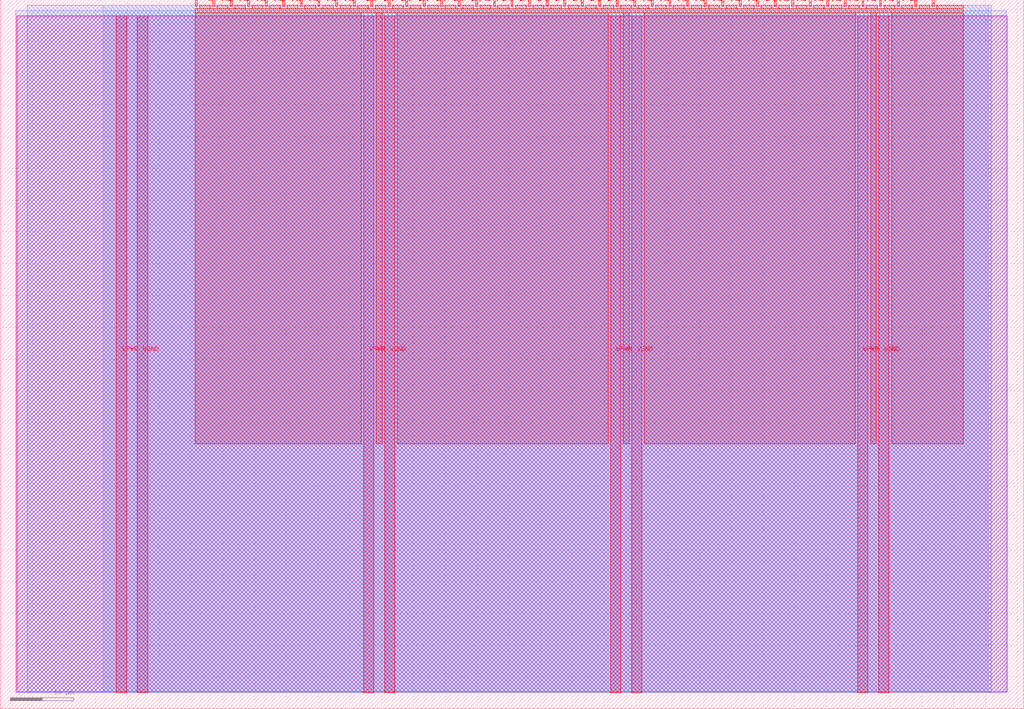
<source format=lef>
VERSION 5.7 ;
  NOWIREEXTENSIONATPIN ON ;
  DIVIDERCHAR "/" ;
  BUSBITCHARS "[]" ;
MACRO tt_um_sushi_demo
  CLASS BLOCK ;
  FOREIGN tt_um_sushi_demo ;
  ORIGIN 0.000 0.000 ;
  SIZE 161.000 BY 111.520 ;
  PIN VGND
    DIRECTION INOUT ;
    USE GROUND ;
    PORT
      LAYER met4 ;
        RECT 21.580 2.480 23.180 109.040 ;
    END
    PORT
      LAYER met4 ;
        RECT 60.450 2.480 62.050 109.040 ;
    END
    PORT
      LAYER met4 ;
        RECT 99.320 2.480 100.920 109.040 ;
    END
    PORT
      LAYER met4 ;
        RECT 138.190 2.480 139.790 109.040 ;
    END
  END VGND
  PIN VPWR
    DIRECTION INOUT ;
    USE POWER ;
    PORT
      LAYER met4 ;
        RECT 18.280 2.480 19.880 109.040 ;
    END
    PORT
      LAYER met4 ;
        RECT 57.150 2.480 58.750 109.040 ;
    END
    PORT
      LAYER met4 ;
        RECT 96.020 2.480 97.620 109.040 ;
    END
    PORT
      LAYER met4 ;
        RECT 134.890 2.480 136.490 109.040 ;
    END
  END VPWR
  PIN clk
    DIRECTION INPUT ;
    USE SIGNAL ;
    ANTENNAGATEAREA 0.852000 ;
    PORT
      LAYER met4 ;
        RECT 143.830 110.520 144.130 111.520 ;
    END
  END clk
  PIN ena
    DIRECTION INPUT ;
    USE SIGNAL ;
    PORT
      LAYER met4 ;
        RECT 146.590 110.520 146.890 111.520 ;
    END
  END ena
  PIN rst_n
    DIRECTION INPUT ;
    USE SIGNAL ;
    ANTENNAGATEAREA 0.126000 ;
    PORT
      LAYER met4 ;
        RECT 141.070 110.520 141.370 111.520 ;
    END
  END rst_n
  PIN ui_in[0]
    DIRECTION INPUT ;
    USE SIGNAL ;
    PORT
      LAYER met4 ;
        RECT 138.310 110.520 138.610 111.520 ;
    END
  END ui_in[0]
  PIN ui_in[1]
    DIRECTION INPUT ;
    USE SIGNAL ;
    PORT
      LAYER met4 ;
        RECT 135.550 110.520 135.850 111.520 ;
    END
  END ui_in[1]
  PIN ui_in[2]
    DIRECTION INPUT ;
    USE SIGNAL ;
    PORT
      LAYER met4 ;
        RECT 132.790 110.520 133.090 111.520 ;
    END
  END ui_in[2]
  PIN ui_in[3]
    DIRECTION INPUT ;
    USE SIGNAL ;
    PORT
      LAYER met4 ;
        RECT 130.030 110.520 130.330 111.520 ;
    END
  END ui_in[3]
  PIN ui_in[4]
    DIRECTION INPUT ;
    USE SIGNAL ;
    PORT
      LAYER met4 ;
        RECT 127.270 110.520 127.570 111.520 ;
    END
  END ui_in[4]
  PIN ui_in[5]
    DIRECTION INPUT ;
    USE SIGNAL ;
    PORT
      LAYER met4 ;
        RECT 124.510 110.520 124.810 111.520 ;
    END
  END ui_in[5]
  PIN ui_in[6]
    DIRECTION INPUT ;
    USE SIGNAL ;
    PORT
      LAYER met4 ;
        RECT 121.750 110.520 122.050 111.520 ;
    END
  END ui_in[6]
  PIN ui_in[7]
    DIRECTION INPUT ;
    USE SIGNAL ;
    PORT
      LAYER met4 ;
        RECT 118.990 110.520 119.290 111.520 ;
    END
  END ui_in[7]
  PIN uio_in[0]
    DIRECTION INPUT ;
    USE SIGNAL ;
    PORT
      LAYER met4 ;
        RECT 116.230 110.520 116.530 111.520 ;
    END
  END uio_in[0]
  PIN uio_in[1]
    DIRECTION INPUT ;
    USE SIGNAL ;
    PORT
      LAYER met4 ;
        RECT 113.470 110.520 113.770 111.520 ;
    END
  END uio_in[1]
  PIN uio_in[2]
    DIRECTION INPUT ;
    USE SIGNAL ;
    PORT
      LAYER met4 ;
        RECT 110.710 110.520 111.010 111.520 ;
    END
  END uio_in[2]
  PIN uio_in[3]
    DIRECTION INPUT ;
    USE SIGNAL ;
    PORT
      LAYER met4 ;
        RECT 107.950 110.520 108.250 111.520 ;
    END
  END uio_in[3]
  PIN uio_in[4]
    DIRECTION INPUT ;
    USE SIGNAL ;
    PORT
      LAYER met4 ;
        RECT 105.190 110.520 105.490 111.520 ;
    END
  END uio_in[4]
  PIN uio_in[5]
    DIRECTION INPUT ;
    USE SIGNAL ;
    PORT
      LAYER met4 ;
        RECT 102.430 110.520 102.730 111.520 ;
    END
  END uio_in[5]
  PIN uio_in[6]
    DIRECTION INPUT ;
    USE SIGNAL ;
    PORT
      LAYER met4 ;
        RECT 99.670 110.520 99.970 111.520 ;
    END
  END uio_in[6]
  PIN uio_in[7]
    DIRECTION INPUT ;
    USE SIGNAL ;
    PORT
      LAYER met4 ;
        RECT 96.910 110.520 97.210 111.520 ;
    END
  END uio_in[7]
  PIN uio_oe[0]
    DIRECTION OUTPUT ;
    USE SIGNAL ;
    PORT
      LAYER met4 ;
        RECT 49.990 110.520 50.290 111.520 ;
    END
  END uio_oe[0]
  PIN uio_oe[1]
    DIRECTION OUTPUT ;
    USE SIGNAL ;
    PORT
      LAYER met4 ;
        RECT 47.230 110.520 47.530 111.520 ;
    END
  END uio_oe[1]
  PIN uio_oe[2]
    DIRECTION OUTPUT ;
    USE SIGNAL ;
    PORT
      LAYER met4 ;
        RECT 44.470 110.520 44.770 111.520 ;
    END
  END uio_oe[2]
  PIN uio_oe[3]
    DIRECTION OUTPUT ;
    USE SIGNAL ;
    PORT
      LAYER met4 ;
        RECT 41.710 110.520 42.010 111.520 ;
    END
  END uio_oe[3]
  PIN uio_oe[4]
    DIRECTION OUTPUT ;
    USE SIGNAL ;
    PORT
      LAYER met4 ;
        RECT 38.950 110.520 39.250 111.520 ;
    END
  END uio_oe[4]
  PIN uio_oe[5]
    DIRECTION OUTPUT ;
    USE SIGNAL ;
    PORT
      LAYER met4 ;
        RECT 36.190 110.520 36.490 111.520 ;
    END
  END uio_oe[5]
  PIN uio_oe[6]
    DIRECTION OUTPUT ;
    USE SIGNAL ;
    PORT
      LAYER met4 ;
        RECT 33.430 110.520 33.730 111.520 ;
    END
  END uio_oe[6]
  PIN uio_oe[7]
    DIRECTION OUTPUT ;
    USE SIGNAL ;
    PORT
      LAYER met4 ;
        RECT 30.670 110.520 30.970 111.520 ;
    END
  END uio_oe[7]
  PIN uio_out[0]
    DIRECTION OUTPUT ;
    USE SIGNAL ;
    PORT
      LAYER met4 ;
        RECT 72.070 110.520 72.370 111.520 ;
    END
  END uio_out[0]
  PIN uio_out[1]
    DIRECTION OUTPUT ;
    USE SIGNAL ;
    PORT
      LAYER met4 ;
        RECT 69.310 110.520 69.610 111.520 ;
    END
  END uio_out[1]
  PIN uio_out[2]
    DIRECTION OUTPUT ;
    USE SIGNAL ;
    PORT
      LAYER met4 ;
        RECT 66.550 110.520 66.850 111.520 ;
    END
  END uio_out[2]
  PIN uio_out[3]
    DIRECTION OUTPUT ;
    USE SIGNAL ;
    PORT
      LAYER met4 ;
        RECT 63.790 110.520 64.090 111.520 ;
    END
  END uio_out[3]
  PIN uio_out[4]
    DIRECTION OUTPUT ;
    USE SIGNAL ;
    PORT
      LAYER met4 ;
        RECT 61.030 110.520 61.330 111.520 ;
    END
  END uio_out[4]
  PIN uio_out[5]
    DIRECTION OUTPUT ;
    USE SIGNAL ;
    PORT
      LAYER met4 ;
        RECT 58.270 110.520 58.570 111.520 ;
    END
  END uio_out[5]
  PIN uio_out[6]
    DIRECTION OUTPUT ;
    USE SIGNAL ;
    PORT
      LAYER met4 ;
        RECT 55.510 110.520 55.810 111.520 ;
    END
  END uio_out[6]
  PIN uio_out[7]
    DIRECTION OUTPUT ;
    USE SIGNAL ;
    PORT
      LAYER met4 ;
        RECT 52.750 110.520 53.050 111.520 ;
    END
  END uio_out[7]
  PIN uo_out[0]
    DIRECTION OUTPUT ;
    USE SIGNAL ;
    ANTENNADIFFAREA 0.445500 ;
    PORT
      LAYER met4 ;
        RECT 94.150 110.520 94.450 111.520 ;
    END
  END uo_out[0]
  PIN uo_out[1]
    DIRECTION OUTPUT ;
    USE SIGNAL ;
    ANTENNADIFFAREA 0.445500 ;
    PORT
      LAYER met4 ;
        RECT 91.390 110.520 91.690 111.520 ;
    END
  END uo_out[1]
  PIN uo_out[2]
    DIRECTION OUTPUT ;
    USE SIGNAL ;
    ANTENNADIFFAREA 0.445500 ;
    PORT
      LAYER met4 ;
        RECT 88.630 110.520 88.930 111.520 ;
    END
  END uo_out[2]
  PIN uo_out[3]
    DIRECTION OUTPUT ;
    USE SIGNAL ;
    ANTENNADIFFAREA 0.795200 ;
    PORT
      LAYER met4 ;
        RECT 85.870 110.520 86.170 111.520 ;
    END
  END uo_out[3]
  PIN uo_out[4]
    DIRECTION OUTPUT ;
    USE SIGNAL ;
    ANTENNADIFFAREA 0.445500 ;
    PORT
      LAYER met4 ;
        RECT 83.110 110.520 83.410 111.520 ;
    END
  END uo_out[4]
  PIN uo_out[5]
    DIRECTION OUTPUT ;
    USE SIGNAL ;
    ANTENNADIFFAREA 0.891000 ;
    PORT
      LAYER met4 ;
        RECT 80.350 110.520 80.650 111.520 ;
    END
  END uo_out[5]
  PIN uo_out[6]
    DIRECTION OUTPUT ;
    USE SIGNAL ;
    ANTENNADIFFAREA 0.445500 ;
    PORT
      LAYER met4 ;
        RECT 77.590 110.520 77.890 111.520 ;
    END
  END uo_out[6]
  PIN uo_out[7]
    DIRECTION OUTPUT ;
    USE SIGNAL ;
    ANTENNADIFFAREA 0.795200 ;
    PORT
      LAYER met4 ;
        RECT 74.830 110.520 75.130 111.520 ;
    END
  END uo_out[7]
  OBS
      LAYER nwell ;
        RECT 2.570 2.635 158.430 108.990 ;
      LAYER li1 ;
        RECT 2.760 2.635 158.240 108.885 ;
      LAYER met1 ;
        RECT 2.460 2.480 158.240 109.780 ;
      LAYER met2 ;
        RECT 4.240 2.535 155.840 110.685 ;
      LAYER met3 ;
        RECT 16.165 2.555 155.415 110.665 ;
      LAYER met4 ;
        RECT 31.370 110.120 33.030 110.665 ;
        RECT 34.130 110.120 35.790 110.665 ;
        RECT 36.890 110.120 38.550 110.665 ;
        RECT 39.650 110.120 41.310 110.665 ;
        RECT 42.410 110.120 44.070 110.665 ;
        RECT 45.170 110.120 46.830 110.665 ;
        RECT 47.930 110.120 49.590 110.665 ;
        RECT 50.690 110.120 52.350 110.665 ;
        RECT 53.450 110.120 55.110 110.665 ;
        RECT 56.210 110.120 57.870 110.665 ;
        RECT 58.970 110.120 60.630 110.665 ;
        RECT 61.730 110.120 63.390 110.665 ;
        RECT 64.490 110.120 66.150 110.665 ;
        RECT 67.250 110.120 68.910 110.665 ;
        RECT 70.010 110.120 71.670 110.665 ;
        RECT 72.770 110.120 74.430 110.665 ;
        RECT 75.530 110.120 77.190 110.665 ;
        RECT 78.290 110.120 79.950 110.665 ;
        RECT 81.050 110.120 82.710 110.665 ;
        RECT 83.810 110.120 85.470 110.665 ;
        RECT 86.570 110.120 88.230 110.665 ;
        RECT 89.330 110.120 90.990 110.665 ;
        RECT 92.090 110.120 93.750 110.665 ;
        RECT 94.850 110.120 96.510 110.665 ;
        RECT 97.610 110.120 99.270 110.665 ;
        RECT 100.370 110.120 102.030 110.665 ;
        RECT 103.130 110.120 104.790 110.665 ;
        RECT 105.890 110.120 107.550 110.665 ;
        RECT 108.650 110.120 110.310 110.665 ;
        RECT 111.410 110.120 113.070 110.665 ;
        RECT 114.170 110.120 115.830 110.665 ;
        RECT 116.930 110.120 118.590 110.665 ;
        RECT 119.690 110.120 121.350 110.665 ;
        RECT 122.450 110.120 124.110 110.665 ;
        RECT 125.210 110.120 126.870 110.665 ;
        RECT 127.970 110.120 129.630 110.665 ;
        RECT 130.730 110.120 132.390 110.665 ;
        RECT 133.490 110.120 135.150 110.665 ;
        RECT 136.250 110.120 137.910 110.665 ;
        RECT 139.010 110.120 140.670 110.665 ;
        RECT 141.770 110.120 143.430 110.665 ;
        RECT 144.530 110.120 146.190 110.665 ;
        RECT 147.290 110.120 151.505 110.665 ;
        RECT 30.655 109.440 151.505 110.120 ;
        RECT 30.655 41.655 56.750 109.440 ;
        RECT 59.150 41.655 60.050 109.440 ;
        RECT 62.450 41.655 95.620 109.440 ;
        RECT 98.020 41.655 98.920 109.440 ;
        RECT 101.320 41.655 134.490 109.440 ;
        RECT 136.890 41.655 137.790 109.440 ;
        RECT 140.190 41.655 151.505 109.440 ;
  END
END tt_um_sushi_demo
END LIBRARY


</source>
